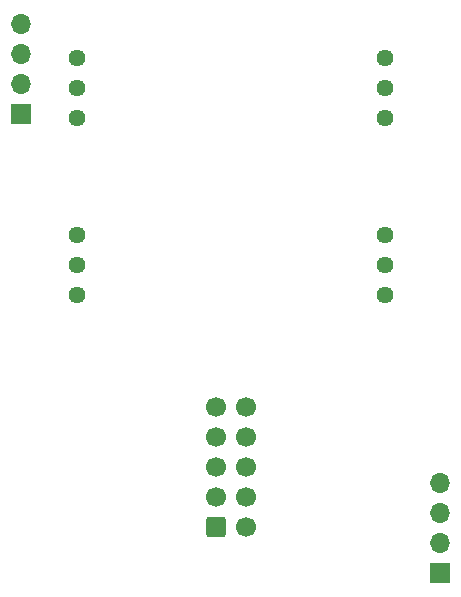
<source format=gbr>
%TF.GenerationSoftware,KiCad,Pcbnew,7.0.10*%
%TF.CreationDate,2024-02-20T21:55:58-06:00*%
%TF.ProjectId,Dual_VCA,4475616c-5f56-4434-912e-6b696361645f,rev?*%
%TF.SameCoordinates,Original*%
%TF.FileFunction,Soldermask,Bot*%
%TF.FilePolarity,Negative*%
%FSLAX46Y46*%
G04 Gerber Fmt 4.6, Leading zero omitted, Abs format (unit mm)*
G04 Created by KiCad (PCBNEW 7.0.10) date 2024-02-20 21:55:58*
%MOMM*%
%LPD*%
G01*
G04 APERTURE LIST*
G04 Aperture macros list*
%AMRoundRect*
0 Rectangle with rounded corners*
0 $1 Rounding radius*
0 $2 $3 $4 $5 $6 $7 $8 $9 X,Y pos of 4 corners*
0 Add a 4 corners polygon primitive as box body*
4,1,4,$2,$3,$4,$5,$6,$7,$8,$9,$2,$3,0*
0 Add four circle primitives for the rounded corners*
1,1,$1+$1,$2,$3*
1,1,$1+$1,$4,$5*
1,1,$1+$1,$6,$7*
1,1,$1+$1,$8,$9*
0 Add four rect primitives between the rounded corners*
20,1,$1+$1,$2,$3,$4,$5,0*
20,1,$1+$1,$4,$5,$6,$7,0*
20,1,$1+$1,$6,$7,$8,$9,0*
20,1,$1+$1,$8,$9,$2,$3,0*%
G04 Aperture macros list end*
%ADD10C,1.440000*%
%ADD11RoundRect,0.250000X-0.600000X-0.600000X0.600000X-0.600000X0.600000X0.600000X-0.600000X0.600000X0*%
%ADD12C,1.700000*%
%ADD13R,1.700000X1.700000*%
%ADD14O,1.700000X1.700000*%
G04 APERTURE END LIST*
D10*
%TO.C,RV6*%
X111278750Y-114220000D03*
X111278750Y-111680000D03*
X111278750Y-109140000D03*
%TD*%
%TO.C,RV4*%
X137341250Y-114230000D03*
X137341250Y-111690000D03*
X137341250Y-109150000D03*
%TD*%
%TO.C,RV2*%
X111278750Y-129230000D03*
X111278750Y-126690000D03*
X111278750Y-124150000D03*
%TD*%
%TO.C,RV3*%
X137341250Y-129250000D03*
X137341250Y-126710000D03*
X137341250Y-124170000D03*
%TD*%
D11*
%TO.C,J4*%
X123045000Y-148855000D03*
D12*
X125585000Y-148855000D03*
X123045000Y-146315000D03*
X125585000Y-146315000D03*
X123045000Y-143775000D03*
X125585000Y-143775000D03*
X123045000Y-141235000D03*
X125585000Y-141235000D03*
X123045000Y-138695000D03*
X125585000Y-138695000D03*
%TD*%
D13*
%TO.C,J8*%
X106560000Y-113930000D03*
D14*
X106560000Y-111390000D03*
X106560000Y-108850000D03*
X106560000Y-106310000D03*
%TD*%
D13*
%TO.C,J12*%
X142010000Y-152730000D03*
D14*
X142010000Y-150190000D03*
X142010000Y-147650000D03*
X142010000Y-145110000D03*
%TD*%
M02*

</source>
